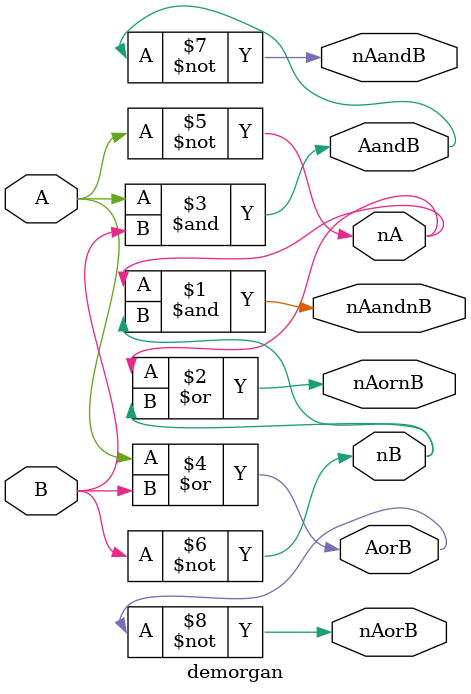
<source format=v>
module demorgan
(
  input  A,          // Single bit inputs
  input  B,
  output nA,         // Output intermediate complemented inputs
  output nB,
  output nAandnB,     // Single bit output, (~A)*(~B)
  output nAornB,     // Single bit output, (~A) + (~B)
  output AandB,      // Output intermediate A * B
  output nAandB,     // Single bit output, ~(A * B)
  output AorB,       // Output intermediate A + B
  output nAorB       // Single bit output, ~(A + B)
);

  wire nA;
  wire nB;
  wire nAandnB;
  wire nAornB;
  wire AandB;
  wire nAandB;
  wire AorB;
  wire nAorB;

  not Ainv(nA, A);    // Top inverter is named Ainv, takes signal A as input and produces signal nA
  not Binv(nB, B);

  and andgate(nAandnB, nA, nB);   // AND gate produces nAandnB from nA and nB
  or orgate(nAornB, nA, nB);

  and andgate(AandB, A, B);
  or orgate(AorB, A, B);

  not AandBinv(nAandB, AandB);
  not AorBinv(nAorB, AorB);

endmodule
</source>
